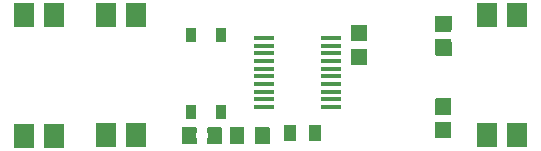
<source format=gtp>
G04*
G04 #@! TF.GenerationSoftware,Altium Limited,Altium Designer,20.1.8 (145)*
G04*
G04 Layer_Color=8421504*
%FSLAX25Y25*%
%MOIN*%
G70*
G04*
G04 #@! TF.SameCoordinates,ADFB47FA-FD8B-4379-A6DC-C8A90555AE01*
G04*
G04*
G04 #@! TF.FilePolarity,Positive*
G04*
G01*
G75*
%ADD15R,0.03543X0.04720*%
%ADD16R,0.07087X0.07874*%
%ADD17R,0.04459X0.05421*%
%ADD18R,0.05315X0.05551*%
%ADD19O,0.06858X0.01433*%
%ADD20R,0.03937X0.05510*%
G36*
X752095Y332998D02*
Y328470D01*
X751898Y328273D01*
X750284Y328254D01*
Y330025D01*
X748513D01*
Y328293D01*
X746859Y328273D01*
X746662Y328470D01*
Y332998D01*
X746859Y333195D01*
X751898D01*
X752095Y332998D01*
D02*
G37*
G36*
X723738Y329894D02*
Y325367D01*
X723541Y325170D01*
X721887Y325170D01*
Y326922D01*
X720116D01*
Y325190D01*
X718502Y325170D01*
X718305Y325367D01*
Y329894D01*
X718502Y330091D01*
X723541D01*
X723738Y329894D01*
D02*
G37*
G36*
X752095Y324533D02*
Y320006D01*
X751898Y319809D01*
X746859D01*
X746662Y320006D01*
Y324533D01*
X746859Y324730D01*
X748513Y324730D01*
Y322978D01*
X750284D01*
Y324710D01*
X751898Y324730D01*
X752095Y324533D01*
D02*
G37*
G36*
X720116Y319875D02*
X721887D01*
Y321607D01*
X723541Y321627D01*
X723738Y321430D01*
Y316902D01*
X723541Y316705D01*
X718502D01*
X718305Y316902D01*
Y321430D01*
X718502Y321627D01*
X720116Y321646D01*
Y319875D01*
D02*
G37*
G36*
X751938Y305494D02*
Y300967D01*
X751741Y300770D01*
X750087Y300770D01*
Y302522D01*
X748316D01*
Y300790D01*
X746701Y300770D01*
X746505Y300967D01*
Y305494D01*
X746701Y305691D01*
X751741D01*
X751938Y305494D01*
D02*
G37*
G36*
X748316Y295475D02*
X750087D01*
Y297207D01*
X751741Y297227D01*
X751938Y297030D01*
Y292502D01*
X751741Y292305D01*
X746701D01*
X746505Y292502D01*
Y297030D01*
X746701Y297227D01*
X748316Y297247D01*
Y295475D01*
D02*
G37*
G36*
X691393Y295725D02*
Y290686D01*
X691196Y290489D01*
X686668D01*
X686472Y290686D01*
X686452Y292300D01*
X688224D01*
Y294072D01*
X686491D01*
X686472Y295725D01*
X686668Y295922D01*
X691196D01*
X691393Y295725D01*
D02*
G37*
G36*
X682928D02*
X682928Y294072D01*
X681176D01*
Y292300D01*
X682909D01*
X682928Y290686D01*
X682731Y290489D01*
X678204D01*
X678007Y290686D01*
Y295725D01*
X678204Y295922D01*
X682731D01*
X682928Y295725D01*
D02*
G37*
G36*
X675456Y295725D02*
Y290686D01*
X675259Y290489D01*
X670731D01*
X670535Y290686D01*
X670535Y292339D01*
X672287D01*
Y294111D01*
X670554D01*
X670535Y295725D01*
X670731Y295922D01*
X675259D01*
X675456Y295725D01*
D02*
G37*
G36*
X666991D02*
X667011Y294111D01*
X665239D01*
Y292339D01*
X666972D01*
X666991Y290686D01*
X666794Y290489D01*
X662267D01*
X662070Y290686D01*
Y295725D01*
X662267Y295922D01*
X666794D01*
X666991Y295725D01*
D02*
G37*
D15*
X675000Y326595D02*
D03*
X665000D02*
D03*
Y301005D02*
D03*
X675000D02*
D03*
D16*
X619310Y333338D02*
D03*
X609310D02*
D03*
Y293180D02*
D03*
X619310D02*
D03*
X646904Y333379D02*
D03*
X636903D02*
D03*
Y293221D02*
D03*
X646904D02*
D03*
X763950D02*
D03*
X773950D02*
D03*
Y333379D02*
D03*
X763950D02*
D03*
D17*
X688637Y293206D02*
D03*
X680763D02*
D03*
X672700D02*
D03*
X664826D02*
D03*
D18*
X721100Y327237D02*
D03*
Y319363D02*
D03*
X749300Y322663D02*
D03*
Y330537D02*
D03*
Y302837D02*
D03*
Y294963D02*
D03*
D19*
X689356Y325744D02*
D03*
Y323185D02*
D03*
Y320626D02*
D03*
Y318067D02*
D03*
Y315508D02*
D03*
Y312949D02*
D03*
Y310389D02*
D03*
Y307830D02*
D03*
Y305271D02*
D03*
Y302712D02*
D03*
X711962Y325744D02*
D03*
Y323185D02*
D03*
Y320626D02*
D03*
Y318067D02*
D03*
Y315508D02*
D03*
Y312949D02*
D03*
Y310389D02*
D03*
Y307830D02*
D03*
Y305271D02*
D03*
Y302712D02*
D03*
D20*
X706435Y293900D02*
D03*
X698165D02*
D03*
M02*

</source>
